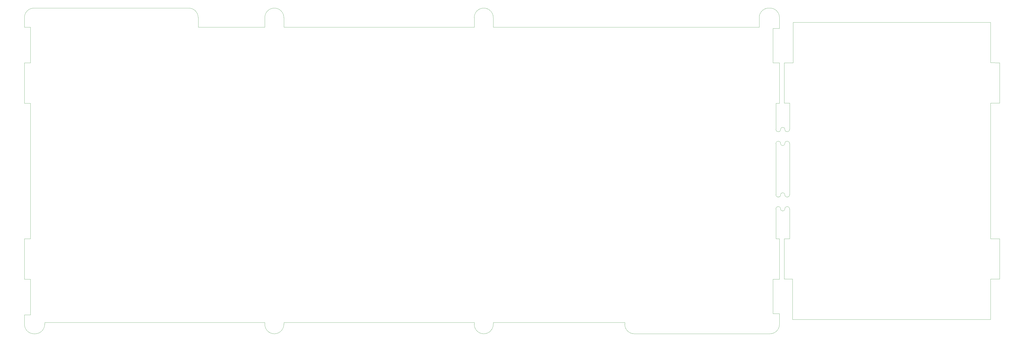
<source format=gbr>
%TF.GenerationSoftware,KiCad,Pcbnew,9.0.3*%
%TF.CreationDate,2026-01-06T15:55:56+03:00*%
%TF.ProjectId,Keyboard,4b657962-6f61-4726-942e-6b696361645f,rev?*%
%TF.SameCoordinates,Original*%
%TF.FileFunction,Profile,NP*%
%FSLAX46Y46*%
G04 Gerber Fmt 4.6, Leading zero omitted, Abs format (unit mm)*
G04 Created by KiCad (PCBNEW 9.0.3) date 2026-01-06 15:55:56*
%MOMM*%
%LPD*%
G01*
G04 APERTURE LIST*
%TA.AperFunction,Profile*%
%ADD10C,0.050000*%
%TD*%
G04 APERTURE END LIST*
D10*
X317750000Y-78500000D02*
G75*
G02*
X319499998Y-78499988I874999J-24997D01*
G01*
X319500011Y-84499985D02*
G75*
G02*
X317749999Y-84499997I-875006J24997D01*
G01*
X319500012Y-56999988D02*
G75*
G02*
X317750000Y-57000000I-875006J24997D01*
G01*
X317750001Y-51000003D02*
G75*
G02*
X319499999Y-50999991I874999J-24997D01*
G01*
X321500000Y-57000000D02*
X321500000Y-78500000D01*
X321500000Y-84500000D02*
X321500000Y-96982235D01*
X315750000Y-84500000D02*
X315750000Y-97000000D01*
X315750000Y-57000000D02*
X315750000Y-78500000D01*
X321500000Y-39982235D02*
X321500000Y-51000000D01*
X315750000Y-40000000D02*
X315750000Y-51000000D01*
X322727669Y-130966566D02*
X322727669Y-113982235D01*
X322727669Y-113982235D02*
X319227669Y-113982235D01*
X405977669Y-113982235D02*
X405977669Y-130982235D01*
X405977669Y-22965985D02*
X409727669Y-22982235D01*
X321500000Y-39982235D02*
X319227669Y-39982235D01*
X405977669Y-39982235D02*
X405977669Y-96982235D01*
X319227669Y-96982235D02*
X321500000Y-96982235D01*
X405977669Y-5982235D02*
X405977669Y-22965985D01*
X409727669Y-96982235D02*
X409727669Y-113982235D01*
X319227669Y-22982235D02*
X322977669Y-22982235D01*
X409727669Y-113982235D02*
X405977669Y-113982235D01*
X405977669Y-130982235D02*
X322727669Y-130966566D01*
X409727669Y-22982235D02*
X409727669Y-39982235D01*
X322977669Y-5982235D02*
X405977669Y-5982235D01*
X319227669Y-39982235D02*
X319227669Y-22982235D01*
X405977669Y-96982235D02*
X409727669Y-96982235D01*
X409727669Y-39982235D02*
X405977669Y-39982235D01*
X319227669Y-113982235D02*
X319227669Y-96982235D01*
X322977669Y-22982235D02*
X322977669Y-5982235D01*
X4000000Y-137000000D02*
G75*
G02*
X0Y-133000000I0J4000000D01*
G01*
X314500000Y-114000000D02*
X314500000Y-128500000D01*
X2500000Y-114000000D02*
X0Y-114000000D01*
X317250000Y-133000000D02*
G75*
G02*
X313250000Y-137000000I-4000000J0D01*
G01*
X8500000Y-133000000D02*
G75*
G02*
X4500000Y-137000000I-4000000J0D01*
G01*
X314500000Y-128500000D02*
X317250000Y-128500000D01*
X189000000Y-133000000D02*
X189000000Y-132250000D01*
X0Y-129000000D02*
X0Y-133000000D01*
X4000000Y0D02*
X69000000Y0D01*
X101000000Y-133000000D02*
X101000000Y-132250000D01*
X189000000Y-4000000D02*
G75*
G02*
X193000000Y0I4000000J0D01*
G01*
X0Y-129000000D02*
X2500000Y-129000000D01*
X105000000Y0D02*
G75*
G02*
X109000000Y-4000000I0J-4000000D01*
G01*
X2500000Y-40000000D02*
X0Y-40000000D01*
X109000000Y-8000000D02*
X189000000Y-8000000D01*
X109000000Y-133000000D02*
G75*
G02*
X105000000Y-137000000I-4000000J0D01*
G01*
X197000000Y-132250000D02*
X197000000Y-133000000D01*
X0Y-114000000D02*
X0Y-97000000D01*
X308750000Y-8000000D02*
X304750000Y-8000000D01*
X69000000Y0D02*
G75*
G02*
X73000000Y-4000000I0J-4000000D01*
G01*
X308750000Y-4000000D02*
G75*
G02*
X312750000Y0I4000000J0D01*
G01*
X0Y-8000000D02*
X0Y-4000000D01*
X8500000Y-132250000D02*
X8500000Y-133000000D01*
X315750000Y-97000000D02*
X317250000Y-97000000D01*
X314500000Y-8500000D02*
X314500000Y-23000000D01*
X313250000Y-137000000D02*
X256250000Y-137000000D01*
X189000000Y-8000000D02*
X189000000Y-4000000D01*
X2500000Y-8000000D02*
X0Y-8000000D01*
X2500000Y-97000000D02*
X2500000Y-40000000D01*
X317250000Y-128500000D02*
X317250000Y-133000000D01*
X105000000Y-137000000D02*
G75*
G02*
X101000000Y-133000000I0J4000000D01*
G01*
X2500000Y-23000000D02*
X2500000Y-8000000D01*
X314500000Y-23000000D02*
X317250000Y-23000000D01*
X317250000Y-97000000D02*
X317250000Y-114000000D01*
X0Y-4000000D02*
G75*
G02*
X4000000Y0I4000000J0D01*
G01*
X252250000Y-133000000D02*
X252250000Y-132250000D01*
X2500000Y-129000000D02*
X2500000Y-114000000D01*
X0Y-97000000D02*
X2500000Y-97000000D01*
X317250000Y-8500000D02*
X317250000Y-4000000D01*
X317250000Y-8500000D02*
X314500000Y-8500000D01*
X101000000Y-4000000D02*
G75*
G02*
X105000000Y0I4000000J0D01*
G01*
X313250000Y0D02*
G75*
G02*
X317250000Y-4000000I0J-4000000D01*
G01*
X101000000Y-132250000D02*
X8500000Y-132250000D01*
X193000000Y-137000000D02*
G75*
G02*
X189000000Y-133000000I0J4000000D01*
G01*
X101000000Y-8000000D02*
X101000000Y-4000000D01*
X4500000Y-137000000D02*
X4000000Y-137000000D01*
X197000000Y-133000000D02*
G75*
G02*
X193000000Y-137000000I-4000000J0D01*
G01*
X189000000Y-132250000D02*
X109000000Y-132250000D01*
X252250000Y-132250000D02*
X197000000Y-132250000D01*
X0Y-40000000D02*
X0Y-23000000D01*
X73000000Y-8000000D02*
X101000000Y-8000000D01*
X197000000Y-8000000D02*
X304750000Y-8000000D01*
X256250000Y-137000000D02*
G75*
G02*
X252250000Y-133000000I0J4000000D01*
G01*
X109000000Y-132250000D02*
X109000000Y-133000000D01*
X317250000Y-114000000D02*
X314500000Y-114000000D01*
X308750000Y-4000000D02*
X308750000Y-8000000D01*
X317250000Y-40000000D02*
X315750000Y-40000000D01*
X73000000Y-4000000D02*
X73000000Y-8000000D01*
X197000000Y-4000000D02*
X197000000Y-8000000D01*
X109000000Y-4000000D02*
X109000000Y-8000000D01*
X0Y-23000000D02*
X2500000Y-23000000D01*
X312750000Y0D02*
X313250000Y0D01*
X193000000Y0D02*
G75*
G02*
X197000000Y-4000000I0J-4000000D01*
G01*
X317250000Y-23000000D02*
X317250000Y-40000000D01*
%TO.C,REF\u002A\u002A*%
X315749999Y-84499997D02*
G75*
G02*
X317749999Y-84499997I1000000J0D01*
G01*
X317749999Y-78499997D02*
G75*
G02*
X315749999Y-78499997I-1000000J0D01*
G01*
X321499999Y-78499997D02*
G75*
G02*
X319499999Y-78499997I-1000000J0D01*
G01*
X319499999Y-84499997D02*
G75*
G02*
X321499999Y-84499997I1000000J0D01*
G01*
X315750000Y-57000000D02*
G75*
G02*
X317750000Y-57000000I1000000J0D01*
G01*
X317750000Y-51000000D02*
G75*
G02*
X315750000Y-51000000I-1000000J0D01*
G01*
X321500000Y-51000000D02*
G75*
G02*
X319500000Y-51000000I-1000000J0D01*
G01*
X319500000Y-57000000D02*
G75*
G02*
X321500000Y-57000000I1000000J0D01*
G01*
%TD*%
M02*

</source>
